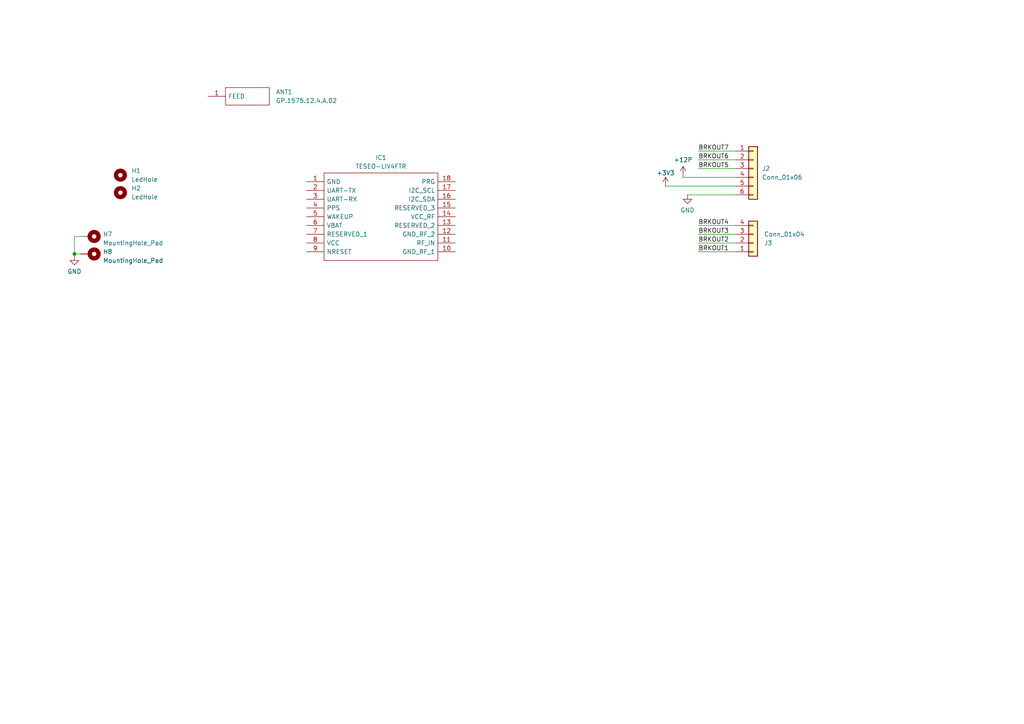
<source format=kicad_sch>
(kicad_sch (version 20230121) (generator eeschema)
  (paper "A4")
  (lib_symbols
    (symbol "Connector_Generic:Conn_01x04" (pin_names (offset 1.016) hide)
      (property "Reference" "J" (at 0 5.08 0))
      (property "Value" "Conn_01x04" (at 0 -7.62 0))
      (symbol "Conn_01x04_1_1"
        (rectangle (start -1.27 -4.953) (end 0 -5.207) (stroke (width 0.1524)))
        (rectangle (start -1.27 -2.413) (end 0 -2.667) (stroke (width 0.1524)))
        (rectangle (start -1.27 0.127) (end 0 -0.127) (stroke (width 0.1524)))
        (rectangle (start -1.27 2.667) (end 0 2.413) (stroke (width 0.1524)))
        (rectangle (start -1.27 3.81) (end 1.27 -6.35) (stroke (width 0.254)) (fill (type background)))
        (pin passive line (at -5.08 2.54 0) (length 3.81) (name "Pin_1") (number "1"))
        (pin passive line (at -5.08 0 0) (length 3.81) (name "Pin_2") (number "2"))
        (pin passive line (at -5.08 -2.54 0) (length 3.81) (name "Pin_3") (number "3"))
        (pin passive line (at -5.08 -5.08 0) (length 3.81) (name "Pin_4") (number "4"))
      )
    )
    (symbol "Connector_Generic:Conn_01x06" (pin_names (offset 1.016) hide)
      (property "Reference" "J" (at 0 7.62 0))
      (property "Value" "Conn_01x06" (at 0 -10.16 0))
      (symbol "Conn_01x06_1_1"
        (rectangle (start -1.27 -7.493) (end 0 -7.747) (stroke (width 0.1524)))
        (rectangle (start -1.27 -4.953) (end 0 -5.207) (stroke (width 0.1524)))
        (rectangle (start -1.27 -2.413) (end 0 -2.667) (stroke (width 0.1524)))
        (rectangle (start -1.27 0.127) (end 0 -0.127) (stroke (width 0.1524)))
        (rectangle (start -1.27 2.667) (end 0 2.413) (stroke (width 0.1524)))
        (rectangle (start -1.27 5.207) (end 0 4.953) (stroke (width 0.1524)))
        (rectangle (start -1.27 6.35) (end 1.27 -8.89) (stroke (width 0.254)) (fill (type background)))
        (pin passive line (at -5.08 5.08 0) (length 3.81) (name "Pin_1") (number "1"))
        (pin passive line (at -5.08 2.54 0) (length 3.81) (name "Pin_2") (number "2"))
        (pin passive line (at -5.08 0 0) (length 3.81) (name "Pin_3") (number "3"))
        (pin passive line (at -5.08 -2.54 0) (length 3.81) (name "Pin_4") (number "4"))
        (pin passive line (at -5.08 -5.08 0) (length 3.81) (name "Pin_5") (number "5"))
        (pin passive line (at -5.08 -7.62 0) (length 3.81) (name "Pin_6") (number "6"))
      )
    )
    (symbol "Mechanical:MountingHole" (pin_names (offset 1.016))
      (property "Reference" "H" (at 0 5.08 0))
      (property "Value" "MountingHole" (at 0 3.175 0))
      (symbol "MountingHole_0_1"
        (circle (center 0 0) (radius 1.27) (stroke (width 1.27)))
      )
    )
    (symbol "Mechanical:MountingHole_Pad" (pin_numbers hide) (pin_names (offset 1.016) hide)
      (property "Reference" "H" (at 0 6.35 0))
      (property "Value" "MountingHole_Pad" (at 0 4.445 0))
      (symbol "MountingHole_Pad_0_1"
        (circle (center 0 1.27) (radius 1.27) (stroke (width 1.27)))
      )
      (symbol "MountingHole_Pad_1_1"
        (pin input line (at 0 -2.54 90) (length 2.54) (name "1") (number "1"))
      )
    )
    (symbol "SamacSys_Parts2:GP.1575.12.4.A.02" (pin_names (offset 0.762))
      (property "Reference" "ANT" (at 19.05 7.62 0))
      (property "Value" "GP.1575.12.4.A.02" (at 19.05 5.08 0))
      (symbol "GP.1575.12.4.A.02_0_0"
        (pin passive line (at 0 0 0) (length 5.08) (name "FEED") (number "1"))
      )
      (symbol "GP.1575.12.4.A.02_0_1"
        (polyline (pts (xy 5.08 2.54) (xy 17.78 2.54) (xy 17.78 -2.54) (xy 5.08 -2.54) (xy 5.08 2.54)) (stroke (width 0.1524)))
      )
    )
    (symbol "SamacSys_Parts2:TESEO-LIV4FTR" (pin_names (offset 0.762))
      (property "Reference" "IC" (at 39.37 7.62 0))
      (property "Value" "TESEO-LIV4FTR" (at 39.37 5.08 0))
      (symbol "TESEO-LIV4FTR_0_0"
        (pin passive line (at 0 0 0) (length 5.08) (name "GND") (number "1"))
        (pin passive line (at 43.18 -20.32 180) (length 5.08) (name "GND_RF_1") (number "10"))
        (pin passive line (at 43.18 -17.78 180) (length 5.08) (name "RF_IN") (number "11"))
        (pin passive line (at 43.18 -15.24 180) (length 5.08) (name "GND_RF_2") (number "12"))
        (pin passive line (at 43.18 -12.7 180) (length 5.08) (name "RESERVED_2") (number "13"))
        (pin passive line (at 43.18 -10.16 180) (length 5.08) (name "VCC_RF") (number "14"))
        (pin passive line (at 43.18 -7.62 180) (length 5.08) (name "RESERVED_3") (number "15"))
        (pin passive line (at 43.18 -5.08 180) (length 5.08) (name "I2C_SDA") (number "16"))
        (pin passive line (at 43.18 -2.54 180) (length 5.08) (name "I2C_SCL") (number "17"))
        (pin passive line (at 43.18 0 180) (length 5.08) (name "PRG") (number "18"))
        (pin passive line (at 0 -2.54 0) (length 5.08) (name "UART-TX") (number "2"))
        (pin passive line (at 0 -5.08 0) (length 5.08) (name "UART-RX") (number "3"))
        (pin passive line (at 0 -7.62 0) (length 5.08) (name "PPS") (number "4"))
        (pin passive line (at 0 -10.16 0) (length 5.08) (name "WAKEUP") (number "5"))
        (pin passive line (at 0 -12.7 0) (length 5.08) (name "VBAT") (number "6"))
        (pin passive line (at 0 -15.24 0) (length 5.08) (name "RESERVED_1") (number "7"))
        (pin passive line (at 0 -17.78 0) (length 5.08) (name "VCC") (number "8"))
        (pin passive line (at 0 -20.32 0) (length 5.08) (name "NRESET") (number "9"))
      )
      (symbol "TESEO-LIV4FTR_0_1"
        (polyline (pts (xy 5.08 2.54) (xy 38.1 2.54) (xy 38.1 -22.86) (xy 5.08 -22.86) (xy 5.08 2.54)) (stroke (width 0.1524)))
      )
    )
    (symbol "power:+12P" (power) (pin_names (offset 0))
      (property "Value" "+12P" (at 0 3.556 0))
      (symbol "+12P_0_1"
        (polyline (pts (xy -0.762 1.27) (xy 0 2.54)))
        (polyline (pts (xy 0 0) (xy 0 2.54)))
        (polyline (pts (xy 0 2.54) (xy 0.762 1.27)))
      )
      (symbol "+12P_1_1"
        (pin power_in line (at 0 0 90) (length 0) hide (name "+12P") (number "1"))
      )
    )
    (symbol "power:+3V3" (power) (pin_names (offset 0))
      (property "Value" "+3V3" (at 0 3.556 0))
      (symbol "+3V3_0_1"
        (polyline (pts (xy -0.762 1.27) (xy 0 2.54)))
        (polyline (pts (xy 0 0) (xy 0 2.54)))
        (polyline (pts (xy 0 2.54) (xy 0.762 1.27)))
      )
      (symbol "+3V3_1_1"
        (pin power_in line (at 0 0 90) (length 0) hide (name "+3V3") (number "1"))
      )
    )
    (symbol "power:GND" (power) (pin_names (offset 0))
      (property "Value" "GND" (at 0 -3.81 0))
      (symbol "GND_0_1"
        (polyline (pts (xy 0 0) (xy 0 -1.27) (xy 1.27 -1.27) (xy 0 -2.54) (xy -1.27 -1.27) (xy 0 -1.27)))
      )
      (symbol "GND_1_1"
        (pin power_in line (at 0 0 270) (length 0) hide (name "GND") (number "1"))
      )
    )
  )
  (junction (at 21.59 73.66))
  (wire (pts (xy 213.36 48.895) (xy 202.565 48.895)))
  (wire (pts (xy 198.12 51.435) (xy 213.36 51.435)))
  (wire (pts (xy 21.59 73.66) (xy 21.59 68.58)))
  (wire (pts (xy 21.59 74.295) (xy 21.59 73.66)))
  (wire (pts (xy 213.36 70.485) (xy 202.565 70.485)))
  (wire (pts (xy 213.36 67.945) (xy 202.565 67.945)))
  (wire (pts (xy 21.59 73.66) (xy 23.495 73.66)))
  (wire (pts (xy 198.12 50.8) (xy 198.12 51.435)))
  (wire (pts (xy 213.36 73.025) (xy 202.565 73.025)))
  (wire (pts (xy 199.39 56.515) (xy 213.36 56.515)))
  (wire (pts (xy 193.04 53.975) (xy 213.36 53.975)))
  (wire (pts (xy 213.36 43.815) (xy 202.565 43.815)))
  (wire (pts (xy 21.59 68.58) (xy 23.495 68.58)))
  (wire (pts (xy 213.36 46.355) (xy 202.565 46.355)))
  (wire (pts (xy 213.36 65.405) (xy 202.565 65.405)))
  (label "BRKOUT7" (at 202.565 43.815 0))
  (label "BRKOUT4" (at 202.565 65.405 0))
  (label "BRKOUT1" (at 202.565 73.025 0))
  (label "BRKOUT6" (at 202.565 46.355 0))
  (label "BRKOUT3" (at 202.565 67.945 0))
  (label "BRKOUT5" (at 202.565 48.895 0))
  (label "BRKOUT2" (at 202.565 70.485 0))
  (symbol (lib_id "Mechanical:MountingHole") (at 34.925 50.8 0) (unit 1)
    (property "Reference" "H1" (at 38.1 49.53 0) (effects (justify left)))
    (property "Value" "LedHole" (at 38.1 52.07 0) (effects (justify left)))
    (property "Footprint" "Library:MountingHole_3.2mm_M3" (effects hide))
  )
  (symbol (lib_id "power:+3V3") (at 193.04 53.975 0) (unit 1)
    (property "Reference" "#PWR02" (effects hide))
    (property "Value" "+3V3" (at 193.04 50.165 0))
  )
  (symbol (lib_id "power:GND") (at 21.59 74.295 0) (unit 1)
    (property "Reference" "#PWR04" (effects hide))
    (property "Value" "GND" (at 21.59 78.74 0))
  )
  (symbol (lib_id "Mechanical:MountingHole_Pad") (at 26.035 68.58 270) (unit 1) (in_bom no)
    (property "Reference" "H7" (at 29.845 67.945 90) (effects (justify left)))
    (property "Value" "MountingHole_Pad" (at 29.845 70.485 90) (effects (justify left)))
    (property "Footprint" "MountingHole:MountingHole_3.2mm_M3_DIN965_Pad" (effects hide))
    (property "Sim.Enable" "0" (effects hide))
  )
  (symbol (lib_id "SamacSys_Parts2:TESEO-LIV4FTR") (at 88.9 52.705 0) (unit 1)
    (property "Reference" "IC1" (at 110.49 45.72 0))
    (property "Value" "TESEO-LIV4FTR" (at 110.49 48.26 0))
    (property "Footprint" "TESEOLIV4FTR" (effects hide))
    (property "Datasheet" "https://www.st.com/resource/en/datasheet/teseo-liv4f.pdf" (effects hide))
    (property "Description" "Tiny GNSS multi-bands module LCC-18 -40 C  85 C " (effects hide))
    (property "Height" "2.3" (effects hide))
    (property "Mouser Part Number" "511-TESEO-LIV4FTR" (effects hide))
    (property "Mouser Price/Stock" "https://www.mouser.co.uk/ProductDetail/STMicroelectronics/TESEO-LIV4FTR?qs=By6Nw2ByBD3%252BjjBvGBu5LQ%3D%3D" (effects hide))
    (property "Manufacturer_Name" "STMicroelectronics" (effects hide))
    (property "Manufacturer_Part_Number" "TESEO-LIV4FTR" (effects hide))
  )
  (symbol (lib_id "Connector_Generic:Conn_01x04") (at 218.44 70.485 0) (mirror x) (unit 1) (in_bom no)
    (property "Reference" "J3" (at 221.615 70.485 0) (effects (justify left)))
    (property "Value" "Conn_01x04" (at 221.615 67.945 0) (effects (justify left)))
    (property "Footprint" "Connector_PinHeader_2.54mm:PinHeader_1x04_P2.54mm_Vertical" (effects hide))
    (property "Sim.Enable" "0" (effects hide))
  )
  (symbol (lib_id "power:GND") (at 199.39 56.515 0) (unit 1)
    (property "Reference" "#PWR03" (effects hide))
    (property "Value" "GND" (at 199.39 60.96 0))
  )
  (symbol (lib_id "Connector_Generic:Conn_01x06") (at 218.44 48.895 0) (unit 1) (in_bom no)
    (property "Reference" "J2" (at 220.98 48.895 0) (effects (justify left)))
    (property "Value" "Conn_01x06" (at 220.98 51.435 0) (effects (justify left)))
    (property "Footprint" "Connector_PinHeader_2.54mm:PinHeader_1x06_P2.54mm_Vertical" (effects hide))
    (property "Sim.Enable" "0" (effects hide))
  )
  (symbol (lib_id "power:+12P") (at 198.12 50.8 0) (unit 1)
    (property "Reference" "#PWR01" (effects hide))
    (property "Value" "+12P" (at 198.12 46.355 0))
  )
  (symbol (lib_id "Mechanical:MountingHole") (at 34.925 55.88 0) (unit 1)
    (property "Reference" "H2" (at 38.1 54.61 0) (effects (justify left)))
    (property "Value" "LedHole" (at 38.1 57.15 0) (effects (justify left)))
    (property "Footprint" "Library:MountingHole_3.2mm_M3" (effects hide))
  )
  (symbol (lib_id "SamacSys_Parts2:GP.1575.12.4.A.02") (at 60.325 27.94 0) (unit 1)
    (property "Reference" "ANT1" (at 80.01 26.67 0) (effects (justify left)))
    (property "Value" "GP.1575.12.4.A.02" (at 80.01 29.21 0) (effects (justify left)))
    (property "Footprint" "SamacSys_Parts.3dshapes:GP1575124A02" (effects hide))
    (property "Datasheet" "https://cdn.taoglas.com/datasheets/GP.1575.12.4.A.02.pdf" (effects hide))
    (property "Description" "Antennas GPS Pasv Thruhole 12mm Patch" (effects hide))
    (property "Height" "4.8" (effects hide))
    (property "Mouser Part Number" "960-GP1575124A02" (effects hide))
    (property "Mouser Price/Stock" "https://www.mouser.co.uk/ProductDetail/Taoglas/GP1575124A02/?qs=WUa1z%2FNV9%252B2fVMNedoCP5w%3D%3D" (effects hide))
    (property "Manufacturer_Name" "Taoglas" (effects hide))
    (property "Manufacturer_Part_Number" "GP.1575.12.4.A.02" (effects hide))
  )
  (symbol (lib_id "Mechanical:MountingHole_Pad") (at 26.035 73.66 270) (unit 1) (in_bom no)
    (property "Reference" "H8" (at 29.845 73.025 90) (effects (justify left)))
    (property "Value" "MountingHole_Pad" (at 29.845 75.565 90) (effects (justify left)))
    (property "Footprint" "MountingHole:MountingHole_3.2mm_M3_DIN965_Pad" (effects hide))
    (property "Sim.Enable" "0" (effects hide))
  )
)
</source>
